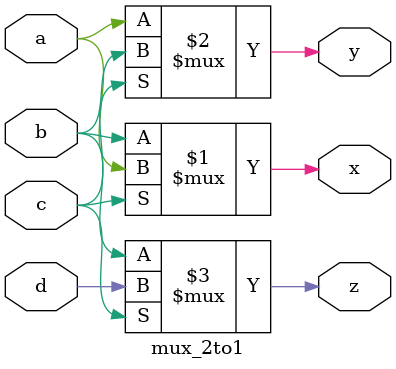
<source format=v>
module mux_2to1(
    input a, b, c, d,
    output x, y, z
);

assign x = c ? a : b;
assign y = c ? b : a;
assign z = c ? d : b;

endmodule
</source>
